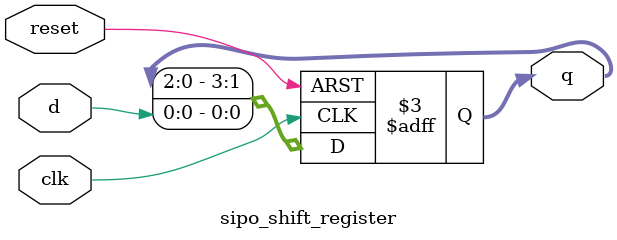
<source format=v>
`timescale 1ns / 1ps
module sipo_shift_register(q, d, clk, reset);
    output reg [3:0] q;
    input wire d;
    input wire clk;
    input wire reset;
	 initial q = 4'b0000;

    always @(posedge clk or posedge reset) begin
        if (reset)
            q <= 4'b0000;
        else
            q <= {q[2:0], d}; 
    end
endmodule

</source>
